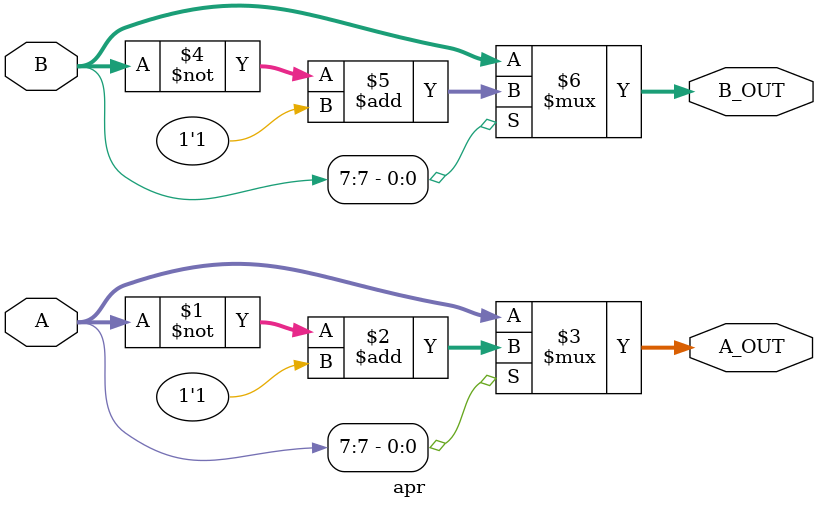
<source format=sv>
module apr(
    input logic [7:0] A,
    input logic [7:0] B,
    output logic [7:0] A_OUT,
    output logic [7:0] B_OUT
 );

    assign A_OUT = A[7] ? ~A + 1'b1 : A;
    assign B_OUT = B[7] ? ~B + 1'b1 : B;

endmodule

</source>
